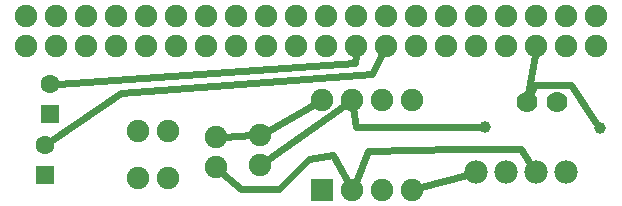
<source format=gbl>
G04 MADE WITH FRITZING*
G04 WWW.FRITZING.ORG*
G04 DOUBLE SIDED*
G04 HOLES PLATED*
G04 CONTOUR ON CENTER OF CONTOUR VECTOR*
%ASAXBY*%
%FSLAX23Y23*%
%MOIN*%
%OFA0B0*%
%SFA1.0B1.0*%
%ADD10C,0.075361*%
%ADD11C,0.075000*%
%ADD12C,0.070000*%
%ADD13C,0.078000*%
%ADD14C,0.062992*%
%ADD15C,0.039370*%
%ADD16R,0.075000X0.075000*%
%ADD17R,0.062992X0.062992*%
%ADD18C,0.024000*%
%LNCOPPER0*%
G90*
G70*
G54D10*
X1992Y670D03*
X1892Y670D03*
X1792Y670D03*
X1692Y670D03*
X1592Y670D03*
X1492Y670D03*
X1392Y670D03*
X1292Y670D03*
X1192Y670D03*
X1092Y670D03*
X992Y670D03*
X892Y670D03*
X792Y670D03*
X692Y670D03*
X592Y670D03*
X492Y670D03*
X392Y670D03*
X292Y670D03*
X192Y670D03*
X92Y670D03*
X92Y570D03*
X192Y570D03*
X292Y570D03*
X392Y570D03*
X492Y570D03*
X592Y570D03*
X692Y570D03*
X792Y570D03*
X892Y570D03*
X992Y570D03*
X1092Y570D03*
X1192Y570D03*
X1292Y570D03*
X1392Y570D03*
X1492Y570D03*
X1592Y570D03*
X1692Y570D03*
X1792Y570D03*
X1892Y570D03*
X1992Y570D03*
G54D11*
X1079Y90D03*
X1079Y390D03*
X1179Y90D03*
X1179Y390D03*
X1279Y90D03*
X1279Y390D03*
X1379Y90D03*
X1379Y390D03*
G54D12*
X1860Y382D03*
X1760Y382D03*
G54D11*
X872Y173D03*
X872Y273D03*
X724Y165D03*
X724Y265D03*
G54D13*
X1892Y148D03*
X1792Y148D03*
X1692Y148D03*
X1592Y148D03*
G54D14*
X156Y141D03*
X156Y239D03*
G54D11*
X565Y131D03*
X465Y131D03*
X565Y287D03*
X465Y287D03*
G54D14*
X170Y343D03*
X170Y442D03*
G54D15*
X2004Y297D03*
X1622Y301D03*
G54D16*
X1079Y90D03*
G54D17*
X156Y141D03*
X170Y343D03*
G54D18*
X844Y272D02*
X752Y267D01*
D02*
X1054Y376D02*
X897Y287D01*
D02*
X745Y147D02*
X809Y92D01*
D02*
X809Y92D02*
X936Y94D01*
D02*
X936Y94D02*
X1036Y194D01*
D02*
X1036Y194D02*
X1116Y205D01*
D02*
X1116Y205D02*
X1165Y115D01*
D02*
X1775Y173D02*
X1740Y225D01*
X1740Y225D02*
X1524Y225D01*
X1524Y225D02*
X1231Y220D01*
D02*
X1231Y220D02*
X1190Y117D01*
D02*
X197Y443D02*
X1188Y513D01*
X1188Y513D02*
X1190Y538D01*
D02*
X896Y190D02*
X1156Y374D01*
D02*
X179Y255D02*
X407Y412D01*
D02*
X407Y412D02*
X1244Y475D01*
D02*
X1244Y475D02*
X1278Y542D01*
D02*
X1787Y539D02*
X1764Y408D01*
D02*
X1993Y312D02*
X1908Y441D01*
X1908Y441D02*
X1788Y441D01*
X1788Y441D02*
X1771Y406D01*
D02*
X1407Y98D02*
X1563Y140D01*
D02*
X1603Y301D02*
X1192Y301D01*
D02*
X1192Y301D02*
X1183Y362D01*
G04 End of Copper0*
M02*
</source>
